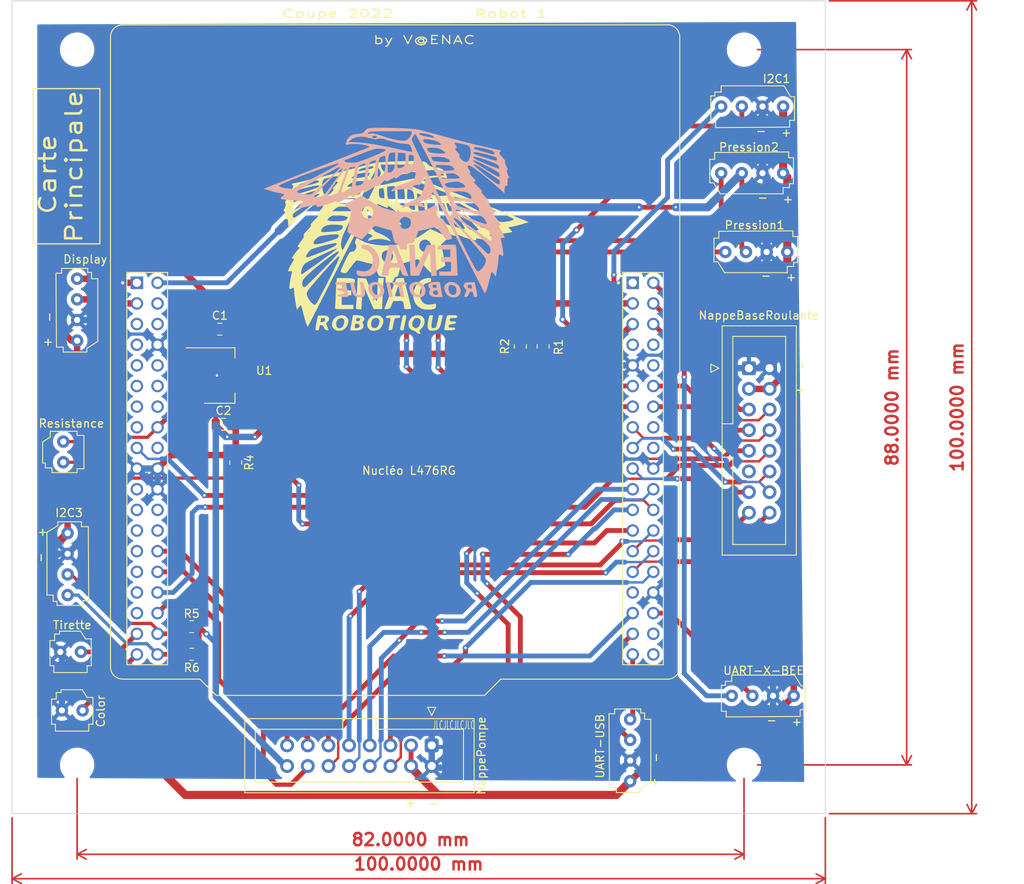
<source format=kicad_pcb>
(kicad_pcb (version 20211014) (generator pcbnew)
  (layers (0 "F.Cu" signal) (31 "B.Cu" signal) (34 "B.Paste" user) (35 "F.Paste" user) (36 "B.SilkS" user "B.Silkscreen") (37 "F.SilkS" user "F.Silkscreen") (38 "B.Mask" user) (39 "F.Mask" user) (44 "Edge.Cuts" user))
  (net 0 "")
  (net 1 "+5V")
  (net 2 "GND")
  (net 3 "+3V3")
  (net 4 "COL_GPIO")
  (net 5 "TIR_GPIO")
  (net 6 "SDA_I2C3")
  (net 7 "SCL_I2C3")
  (net 8 "USART_TX")
  (net 9 "USART_RX")
  (net 10 "XBeeTx")
  (net 11 "XbeeRx")
  (net 12 "MC1B")
  (net 13 "MC1A")
  (net 14 "MC2B")
  (net 15 "MC2A")
  (net 16 "CONTACTEUR1_GPIO")
  (net 17 "CONTACTEUR2_GPIO")
  (net 19 "DataAX12_TX")
  (net 20 "RC_1B")
  (net 21 "RC_1A")
  (net 22 "RC_2B")
  (net 23 "RC_2A")
  (net 24 "Mot2DIR")
  (net 25 "Mot2PWM")
  (net 26 "Mot1DIR")
  (net 27 "Mot1PWM")
  (net 28 "POMPE1")
  (net 29 "POMPE2")
  (net 30 "EV1")
  (net 31 "EV2")
  (net 32 "S1")
  (net 33 "S2")
  (net 34 "S3")
  (net 35 "DATA_PRESS_1")
  (net 36 "CLK_PRESS")
  (net 37 "A_Resistance")
  (net 38 "DIO_Display")
  (net 39 "CLK_Display")
  (net 40 "DATA_PRESS_2")
  (net 41 "SDA_I2C1")
  (net 42 "SCL_I2C1")
  (footprint "Resistor_SMD:R_0805_2012Metric" (layer "F.Cu") (at 120.3 77.5125 90)
    (fp_text reference "R1")
    (fp_text value "2.2k")
  )
  (footprint "library:HE14_EMBASE_1x04" (layer "F.Cu") (at 151.11 120.5 180)
    (fp_text reference "UART-X-BEE")
    (fp_text value "UART")
  )
  (footprint "Capacitor_SMD:C_0805_2012Metric" (layer "F.Cu") (at 80.55 75.4)
    (fp_text reference "C1")
    (fp_text value "100n")
  )
  (footprint "library:HE14_EMBASE_1x04" (layer "F.Cu") (at 142.19 56.2)
    (fp_text reference "Pression2")
    (fp_text value "Conn_01x04_Male")
  )
  (footprint "MountingHole:MountingHole_3.2mm_M3" (layer "F.Cu") (at 145 129)
    (fp_text reference "REF**" hide)
    (fp_text value "MountingHole_3.2mm_M3")
  )
  (footprint "library:HE14_EMBASE_1x04" (layer "F.Cu") (at 149.81 48 180)
    (fp_text reference "I2C1")
    (fp_text value "I2C")
  )
  (footprint "MountingHole:MountingHole_3.2mm_M3" (layer "F.Cu") (at 63 41)
    (fp_text reference "REF**" hide)
    (fp_text value "MountingHole_3.2mm_M3")
  )
  (footprint "Package_TO_SOT_SMD:SOT-223-3_TabPin2" (layer "F.Cu") (at 80.5 81.1)
    (fp_text reference "U1")
    (fp_text value "LT1129-3.3_SOT223")
  )
  (footprint "library:HE14_EMBASE_1x04" (layer "F.Cu") (at 63 76.81 90)
    (fp_text reference "Display")
    (fp_text value "Conn_01x04_Male")
  )
  (footprint "library:HE14_EMBASE_1x04" (layer "F.Cu") (at 142.7 65.9)
    (fp_text reference "Pression1")
    (fp_text value "Conn_01x04_Male")
  )
  (footprint "Capacitor_SMD:C_0805_2012Metric" (layer "F.Cu") (at 81 87.1)
    (fp_text reference "C2")
    (fp_text value "10u")
  )
  (footprint "Resistor_SMD:R_0805_2012Metric" (layer "F.Cu") (at 77.1 115.4 180)
    (fp_text reference "R6")
    (fp_text value "2.2k")
  )
  (footprint "library:ST_NUCLEO-F401RE" (layer "F.Cu") (at 102.1 79.2)
    (fp_text reference "Nucléo L476RG")
    (fp_text value "NUCLEO64-F411RE")
  )
  (footprint "library:HE14_EMBASE_1x02" (layer "F.Cu") (at 61.3 88.468 -90)
    (fp_text reference "Resistance")
    (fp_text value "Conn_01x02_Male")
  )
  (footprint "library:HE14_EMBASE_1x04" (layer "F.Cu") (at 131 131.01 90)
    (fp_text reference "UART-USB")
    (fp_text value "UART")
  )
  (footprint "MountingHole:MountingHole_3.2mm_M3" (layer "F.Cu") (at 63 129)
    (fp_text reference "REF**" hide)
    (fp_text value "MountingHole_3.2mm_M3")
  )
  (footprint "library:HE14_EMBASE_1x02" (layer "F.Cu") (at 64.232 115.1 180)
    (fp_text reference "Tirette")
    (fp_text value "Conn_01x02_Male")
  )
  (footprint "Resistor_SMD:R_0805_2012Metric" (layer "F.Cu") (at 82.5 91.8 -90)
    (fp_text reference "R4")
    (fp_text value "1k")
  )
  (footprint "MountingHole:MountingHole_3.2mm_M3" (layer "F.Cu") (at 145 41)
    (fp_text reference "REF**" hide)
    (fp_text value "MountingHole_3.2mm_M3")
  )
  (footprint "Connector_IDC:IDC-Header_2x08_P2.54mm_Vertical" (layer "F.Cu") (at 106.6 126.6 -90)
    (fp_text reference "NappePompe")
    (fp_text value "Conn_02x08_Top_Bottom")
  )
  (footprint "library:logo" (layer "F.Cu") (at 103.4 65.3)
    (fp_text reference "G***" hide)
    (fp_text value "LOGO" hide)
  )
  (footprint "Connector_IDC:IDC-Header_2x08_P2.54mm_Vertical" (layer "F.Cu") (at 145.6 80.2)
    (fp_text reference "NappeBaseRoulante")
    (fp_text value "Conn_02x08_Top_Bottom")
  )
  (footprint "Resistor_SMD:R_0805_2012Metric" (layer "F.Cu") (at 117.5 77.5125 90)
    (fp_text reference "R2")
    (fp_text value "2.2k")
  )
  (footprint "library:HE14_EMBASE_1x04" (layer "F.Cu") (at 61.832 100.49 -90)
    (fp_text reference "I2C3")
    (fp_text value "I2C")
  )
  (footprint "library:HE14_EMBASE_1x02" (layer "F.Cu") (at 64.432 122.3 180)
    (fp_text reference "Color")
    (fp_text value "Conn_01x02_Male")
  )
  (footprint "Resistor_SMD:R_0805_2012Metric" (layer "F.Cu") (at 77.0875 112 180)
    (fp_text reference "R5")
    (fp_text value "2.2k")
  )
  (footprint "library:logo" (layer "B.Cu") (at 101.1 61.2 180)
    (fp_text reference "G***" hide)
    (fp_text value "LOGO" hide)
  )
  (gr_line (start 57.6 45.8) (end 65.8 45.8) (layer "F.SilkS") (width 0.15))
  (gr_line (start 65.8 45.8) (end 65.8 64.9) (layer "F.SilkS") (width 0.15))
  (gr_line (start 57.6 64.9) (end 57.6 46) (layer "F.SilkS") (width 0.15))
  (gr_line (start 65.8 64.9) (end 57.6 64.9) (layer "F.SilkS") (width 0.15))
  (gr_line (start 57.6 46) (end 57.6 45.8) (layer "F.SilkS") (width 0.15))
  (gr_rect (start 55 35) (end 155 135) (layer "Edge.Cuts") (width 0.1) (fill none))
  (gr_text "+\n" (at 59.5 77 270) (layer "F.SilkS") (effects (font (size 1 1))))
  (gr_text "-" (at 59.7 73.9 270) (layer "F.SilkS") (effects (font (size 1 1))))
  (gr_text "-" (at 147.7 68.8) (layer "F.SilkS") (effects (font (size 1 1))))
  (gr_text "+\n" (at 58.7 100.4 90) (layer "F.SilkS") (effects (font (size 1 1))))
  (gr_text "Coupe 2022		Robot 1 \n\n by V@ENAC" (at 105.1 38.2) (layer "F.SilkS") (effects (font (size 1 1.5))))
  (gr_text "Carte \nPrincipale" (at 61 55.4 90) (layer "F.SilkS") (effects (font (size 2 2.5) (thickness 0.3))))
  (gr_text "-" (at 106.8 133.9 180) (layer "F.SilkS") (effects (font (size 1 1))))
  (gr_text "+\n" (at 150.2 51.2) (layer "F.SilkS") (effects (font (size 1 1))))
  (gr_text "+\n" (at 150.8 69) (layer "F.SilkS") (effects (font (size 1 1))))
  (gr_text "-" (at 152.2 79.8 270) (layer "F.SilkS") (effects (font (size 1 1))))
  (gr_text "-" (at 58.5 103.5 90) (layer "F.SilkS") (effects (font (size 1 1))))
  (gr_text "-" (at 147.3 59.2) (layer "F.SilkS") (effects (font (size 1 1))))
  (gr_text "+\n" (at 151.5 123.7) (layer "F.SilkS") (effects (font (size 1 1))))
  (gr_text "-" (at 134.3 128.1 270) (layer "F.SilkS") (effects (font (size 1 1))))
  (gr_text "-" (at 148.4 123.5) (layer "F.SilkS") (effects (font (size 1 1))))
  (gr_text "+\n" (at 104 133.8 180) (layer "F.SilkS") (effects (font (size 1 1))))
  (gr_text "+\n" (at 152 82.9 270) (layer "F.SilkS") (effects (font (size 1 1))))
  (gr_text "+\n" (at 150.4 59.4) (layer "F.SilkS") (effects (font (size 1 1))))
  (gr_text "-" (at 147.1 51) (layer "F.SilkS") (effects (font (size 1 1))))
  (gr_text "+\n" (at 134.1 131.2 270) (layer "F.SilkS") (effects (font (size 1 1))))
  (gr_text "JLCJLCJLCJLC" (at 109.3 124.1) (layer "F.SilkS") (effects (font (size 1 0.5) (thickness 0.08))))
  (dimension (type aligned) (layer "F.Cu") (pts (xy 145 129) (xy 145 41)) (height 20) (gr_text "88,0000 mm" (at 163.2 85 90) (layer "F.Cu") (effects (font (size 1.5 1.5) (thickness 0.3)))) (format (units 3) (units_format 1) (precision 4)) (style (thickness 0.2) (arrow_length 1.27) (text_position_mode 0) (extension_height 0.58642) (extension_offset 0.5) keep_text_aligned))
  (dimension (type aligned) (layer "F.Cu") (pts (xy 155 135) (xy 155 35)) (height 18) (gr_text "100,0000 mm" (at 171.2 85 90) (layer "F.Cu") (effects (font (size 1.5 1.5) (thickness 0.3)))) (format (units 3) (units_format 1) (precision 4)) (style (thickness 0.2) (arrow_length 1.27) (text_position_mode 0) (extension_height 0.58642) (extension_offset 0.5) keep_text_aligned))
  (dimension (type aligned) (layer "F.Cu") (pts (xy 155 135) (xy 55 135)) (height -8) (gr_text "100,0000 mm" (at 105 141.2) (layer "F.Cu") (effects (font (size 1.5 1.5) (thickness 0.3)))) (format (units 3) (units_format 1) (precision 4)) (style (thickness 0.2) (arrow_length 1.27) (text_position_mode 0) (extension_height 0.58642) (extension_offset 0.5) keep_text_aligned))
  (dimension (type aligned) (layer "F.Cu") (pts (xy 145 129) (xy 63 129)) (height -11) (gr_text "82,0000 mm" (at 104 138.2) (layer "F.Cu") (effects (font (size 1.5 1.5) (thickness 0.3)))) (format (units 3) (units_format 1) (precision 4)) (style (thickness 0.2) (arrow_length 1.27) (text_position_mode 0) (extension_height 0.58642) (extension_offset 0.5) keep_text_aligned))
  (segment (start 131 131.01) (end 129.31 132.7) (width 1) (layer "F.Cu") (net 1))
  (segment (start 150.32 56.71) (end 149.81 56.2) (width 1) (layer "F.Cu") (net 1))
  (segment (start 149.81 48) (end 149.81 56.2) (width 1) (layer "F.Cu") (net 1))
  (segment (start 61.832 95.832) (end 58.7 92.7) (width 0.8) (layer "F.Cu") (net 1))
  (segment (start 151.21 79.67) (end 150.32 78.78) (width 1) (layer "F.Cu") (net 1))
  (segment (start 58.7 87.6) (end 63 83.3) (width 0.8) (layer "F.Cu") (net 1))
  (segment (start 148.4 123.21) (end 151.11 120.5) (width 0.8) (layer "F.Cu") (net 1))
  (segment (start 108 132.7) (end 76.3 132.7) (width 1) (layer "F.Cu") (net 1))
  (segment (start 150.32 78.78) (end 150.32 65.9) (width 1) (layer "F.Cu") (net 1))
  (segment (start 58.6 103.722) (end 61.832 100.49) (width 1) (layer "F.Cu") (net 1))
  (segment (start 108 132.7) (end 107.42 132.7) (width 1) (layer "F.Cu") (net 1))
  (segment (start 148.14 82.74) (end 145.6 82.74) (width 0.8) (layer "F.Cu") (net 1))
  (segment (start 131 131.01) (end 138.71 123.3) (width 0.8) (layer "F.Cu") (net 1))
  (segment (start 74.3 66.5) (end 79.6 71.8) (width 0.8) (layer "F.Cu") (net 1))
  (segment (start 150.32 65.9) (end 150.32 56.71) (width 1) (layer "F.Cu") (net 1))
  (segment (start 62.31 76.81) (end 60.6 75.1) (width 0.8) (layer "F.Cu") (net 1))
  (segment (start 60.6 75.1) (end 60.6 68.3) (width 0.8) (layer "F.Cu") (net 1))
  (segment (start 151.21 79.67) (end 151.11 79.77) (width 0.8) (layer "F.Cu") (net 1))
  (segment (start 76.3 132.7) (end 75.95 132.35) (width 1) (layer "F.Cu") (net 1))
  (segment (start 61.832 100.49) (end 61.832 95.832) (width 0.8) (layer "F.Cu") (net 1))
  (segment (start 60.2 124.7) (end 58.6 123.1) (width 1) (layer "F.Cu") (net 1))
  (segment (start 58.7 92.7) (end 58.7 87.6) (width 0.8) (layer "F.Cu") (net 1))
  (segment (start 79.6 71.8) (end 79.6 75.4) (width 0.8) (layer "F.Cu") (net 1))
  (segment (start 62.4 66.5) (end 74.3 66.5) (width 0.8) (layer "F.Cu") (net 1))
  (segment (start 60.6 68.3) (end 62.4 66.5) (width 0.8) (layer "F.Cu") (net 1))
  (segment (start 75.95 132.35) (end 68.3 124.7) (width 1) (layer "F.Cu") (net 1))
  (segment (start 129.31 132.7) (end 108 132.7) (width 1) (layer "F.Cu") (net 1))
  (segment (start 151.21 79.67) (end 148.14 82.74) (width 0.8) (layer "F.Cu") (net 1))
  (segment (start 63 76.81) (end 62.31 76.81) (width 0.8) (layer "F.Cu") (net 1))
  (segment (start 104.06 129.34) (end 104.06 126.8) (width 0.6) (layer "F.Cu") (net 1))
  (segment (start 107.42 132.7) (end 104.06 129.34) (width 1) (layer "F.Cu") (net 1))
  (segment (start 77.35 77.65) (end 79.6 75.4) (width 0.8) (layer "F.Cu") (net 1))
  (segment (start 63 83.3) (end 63 76.81) (width 0.8) (layer "F.Cu") (net 1))
  (segment (start 68.3 124.7) (end 60.2 124.7) (width 1) (layer "F.Cu") (net 1))
  (segment (start 151.11 79.77) (end 151.11 120.5) (width 0.8) (layer "F.Cu") (net 1))
  (segment (start 77.35 78.8) (end 77.35 77.65) (width 0.8) (layer "F.Cu") (net 1))
  (segment (start 59.011 103.311) (end 61.832 100.49) (width 0.8) (layer "F.Cu") (net 1))
  (segment (start 58.6 103.722) (end 59.011 103.311) (width 1) (layer "F.Cu") (net 1))
  (segment (start 58.6 113.5) (end 58.6 103.722) (width 1) (layer "F.Cu") (net 1))
  (segment (start 148.4 123.3) (end 148.4 123.21) (width 0.8) (layer "F.Cu") (net 1))
  (segment (start 58.6 123.1) (end 58.6 113.5) (width 1) (layer "F.Cu") (net 1))
  (segment (start 138.71 123.3) (end 148.4 123.3) (width 0.8) (layer "F.Cu") (net 1))
  (segment (start 82.5 90.8875) (end 74.5525 90.8875) (width 0.8) (layer "F.Cu") (net 2))
  (segment (start 82.5 90.8875) (end 82.5 87.65) (width 0.8) (layer "F.Cu") (net 2))
  (segment (start 81.95 82.8) (end 83.65 81.1) (width 0.8) (layer "F.Cu") (net 2))
  (segment (start 81.95 87.1) (end 81.95 82.8) (width 0.8) (layer "F.Cu") (net 2))
  (segment (start 80.2 81.1) (end 77.35 81.1) (width 0.8) (layer "F.Cu") (net 2))
  (segment (start 82.5 87.65) (end 81.95 87.1) (width 0.8) (layer "F.Cu") (net 2))
  (segment (start 74.5525 90.8875) (end 72.89 92.55) (width 0.8) (layer "F.Cu") (net 2))
  (segment (start 83.65 81.1) (end 83.65 80.95) (width 0.8) (layer "F.Cu") (net 2))
  (segment (start 83.65 77.55) (end 81.5 75.4) (width 0.8) (layer "F.Cu") (net 2))
  (segment (start 83.65 81.1) (end 80.2 81.1) (width 0.8) (layer "F.Cu") (net 2))
  (segment (start 83.65 80.95) (end 83.65 77.55) (width 0.8) (layer "F.Cu") (net 2))
  (via (at 80.2 81.1) (size 0.7) (drill 0.3) (layers "F.Cu" "B.Cu") (net 2))
  (segment (start 148.1 78.9) (end 148.2 78.9) (width 0.8) (layer "B.Cu") (net 2))
  (segment (start 128.6 80.9) (end 128.6 90.3) (width 0.8) (layer "B.Cu") (net 2))
  (segment (start 135.4 78.6) (end 137 80.2) (width 0.8) (layer "B.Cu") (net 2))
  (segment (start 135.8 109.7) (end 135.8 123.1) (width 0.8) (layer "B.Cu") (net 2))
  (segment (start 147.78 65.9) (end 147.78 56.71) (width 1) (layer "B.Cu") (net 2))
  (segment (start 146.9 80.1) (end 148.1 78.9) (width 0.8) (layer "B.Cu") (net 2))
  (segment (start 149.245 81.305) (end 148.14 80.2) (width 0.8) (layer "B.Cu") (net 2))
  (segment (start 147.27 56.2) (end 147.27 48) (width 1) (layer "B.Cu") (net 2))
  (segment (start 151.1 83.16) (end 149.245 81.305) (width 0.8) (layer "B.Cu") (net 2))
  (segment (start 148.2 78.9) (end 148.2 80.26) (width 0.8) (layer "B.Cu") (net 2))
  (segment (start 132.56 78.6) (end 135.4 78.6) (width 0.4) (layer "B.Cu") (net 2))
  (segment (start 147.78 67.68) (end 147.78 65.9) (width 1) (layer "B.Cu") (net 2))
  (segment (start 61.13 115.3) (end 60.93 115.1) (width 0.8) (layer "B.Cu") (net 2))
  (segment (start 135.1 123.8) (end 133.5 125.4) (width 0.8) (layer "B.Cu") (net 2))
  (segment (start 130.13 129.34) (end 131 128.47) (width 0.8) (layer "B.Cu") (net 2))
  (segment (start 76.68 81.1) (end 72.89 77.31) (width 0.8) (layer "B.Cu") (net 2))
  (segment (start 89.75 87.05) (end 106.6 103.9) (width 0.8) (layer "B.Cu") (net 2))
  (segment (start 148.67 78.43) (end 148.67 80.73) (width 0.8) (layer "B.Cu") (net 2))
  (segment (start 148.67 68.57) (end 147.78 67.68) (width 1) (layer "B.Cu") (net 2))
  (segment (start 148.2 80.26) (end 148.87 80.93) (width 0.8) (layer "B.Cu") (net 2))
  (segment (start 148.67 78.43) (end 148.67 68.57) (width 1) (layer "B.Cu") (net 2))
  (segment (start 70.35 92.55) (end 72.89 92.55) (width 0.8) (layer "B.Cu") (net 2))
  (segment (start 133.85 92.55) (end 132.685489 91.385489) (width 0.4) (layer "B.Cu") (net 2))
  (segment (start 72.89 77.31) (end 72.89 76.99) (width 0.4) (layer "B.Cu") (net 2))
  (segment (start 148.57 120.5) (end 148.57 122.43) (width 0.8) (layer "B.Cu") (net 2))
  (segment (start 72.89 95.09) (end 72.89 92.55) (width 0.8) (layer "B.Cu") (net 2))
  (segment (start 148.57 120.5) (end 148.57 115.68) (width 0.8) (layer "B.Cu") (net 2))
  (segment (start 59.9 103.8) (end 59.9 114.07) (width 0.8) (layer "B.Cu") (net 2))
  (segment (start 129.685489 91.385489) (end 129.3 91) (width 0.4) (layer "B.Cu") (net 2))
  (segment (start 132.685489 91.385489) (end 129.685489 91.385489) (width 0.4) (layer "B.Cu") (net 2))
  (segment (start 106.6 103.9) (end 106.6 126.8) (width 0.8) (layer "B.Cu") (net 2))
  (segment (start 61.832 103.03) (end 68.4 96.462) (width 0.8) (layer "B.Cu") (net 2))
  (segment (start 106.6 129.34) (end 130.13 129.34) (width 0.8) (layer "B.Cu") (net 2))
  (segment (start 147.78 56.71) (end 147.27 56.2) (width 1) (layer "B.Cu") (net 2))
  (segment (start 133.5 126.2) (end 133.27 126.2) (width 0.8) (layer "B.Cu") (net 2))
  (segment (start 71.9 76) (end 69.2 76) (width 0.4) (layer "B.Cu") (net 2))
  (segment (start 148.67 80.73) (end 148.87 80.93) (width 0.8) (layer "B.Cu") (net 2))
  (segment (start 106.6 129.34) (end 106.6 126.8) (width 0.8) (layer "B.Cu") (net 2))
  (segment (start 89.45 87.05) (end 89.75 87.05) (width 0.8) (layer "B.Cu") (net 2))
  (segment (start 83.65 80.95) (end 89.75 87.05) (width 0.8) (layer "B.Cu") (net 2))
  (segment (start 131.31 79.85) (end 132.56 78.6) (width 0.4) (layer "B.Cu") (net 2))
  (segment (start 135.76 109.7) (end 133.85 107.79) (width 0.8) (layer "B.Cu") (net 2))
  (segment (start 147.2 123.8) (end 135.1 123.8) (width 0.8) (layer "B.Cu") (net 2))
  (segment (start 59.9 114.07) (end 60.93 115.1) (width 0.8) (layer "B.Cu") (net 2))
  (segment (start 148.14 80.2) (end 145.6 80.2) (width 0.8) (layer "B.Cu") (net 2))
  (segment (start 133.27 126.2) (end 131 128.47) (width 0.8) (layer "B.Cu") (net 2))
  (segment (start 133.5 125.4) (end 133.5 126.2) (width 0.8) (layer "B.Cu") (net 2))
  (segment (start 69.2 76) (end 67.47 74.27) (width 0.8) (layer "B.Cu") (net 2))
  (segment (start 131.31 79.85) (end 129.65 79.85) (width 0.8) (layer "B.Cu") (net 2))
  (segment (start 83.5 81.1) (end 80.2 81.1) (width 0.8) (layer "B.Cu") (net 2))
  (segment (start 148.57 122.43) (end 147.2 123.8) (width 0.8) (layer "B.Cu") (net 2))
  (segment (start 60.67 103.03) (end 59.9 103.8) (width 0.8) (layer "B.Cu") (net 2))
  (segment (start 129.65 79.85) (end 128.6 80.9) (width 0.8) (layer "B.Cu") (net 2))
  (segment (start 61.13 122.3) (end 61.13 115.3) (width 0.8) (layer "B.Cu") (net 2))
  (segment (start 148.87 80.93) (end 149.245 81.305) (width 0.8) (layer "B.Cu") (net 2))
  (segment (start 61.832 103.03) (end 60.67 103.03) (width 0.8) (layer "B.Cu") (net 2))
  (segment (start 67.47 74.27) (end 63 74.27) (width 0.8) (layer "B.Cu") (net 2))
  (segment (start 83.5 81.1) (end 89.45 87.05) (width 0.8) (layer "B.Cu") (net 2))
  (segment (start 68.4 96.462) (end 68.4 94.5) (width 0.8) (layer "B.Cu") (net 2))
  (segment (start 72.89 76.99) (end 71.9 76) (width 0.4) (layer "B.Cu") (net 2))
  (segment (start 68.4 94.5) (end 70.35 92.55) (width 0.8) (layer "B.Cu") (net 2))
  (segment (start 148.67 78.43) (end 148.2 78.9) (width 0.8) (layer "B.Cu") (net 2))
  (segment (start 135.8 109.7) (end 135.76 109.7) (width 0.8) (layer "B.Cu") (net 2))
  (segment (start 128.6 90.3) (end 129.3 91) (width 0.8) (layer "B.Cu") (net 2))
  (segment (start 70.35 92.55) (end 72.89 95.09) (width 0.8) (layer "B.Cu") (net 2))
  (segment (start 80.2 81.1) (end 76.68 81.1) (width 0.8) (layer "B.Cu") (net 2))
  (segment (start 151.1 113.15) (end 151.1 83.16) (width 0.8) (layer "B.Cu") (net 2))
  (segment (start 135.8 123.1) (end 135.1 123.8) (width 0.8) (layer "B.Cu") (net 2))
  (segment (start 137 80.2) (end 145.6 80.2) (width 0.8) (layer "B.Cu") (net 2))
  (segment (start 148.57 115.68) (end 151.1 113.15) (width 0.8) (layer "B.Cu") (net 2))
  (segment (start 80.05 86.1) (end 80.05 87.1) (width 0.6) (layer "F.Cu") (net 3))
  (segment (start 81.45 88.65) (end 80.05 87.25) (width 0.8) (layer "F.Cu") (net 3))
  (segment (start 71.66 88.7) (end 68.2 88.7) (width 0.4) (layer "F.Cu") (net 3))
  (segment (start 68.2 88.7) (end 67.67 89.23) (width 0.4) (layer "F.Cu") (net 3))
  (segment (start 78.0125 112.0125) (end 78 112) (width 0.6) (layer "F.Cu") (net 3))
  (segment (start 78 112) (end 78.9 112.9) (width 0.6) (layer "F.Cu") (net 3))
  (segment (start 72.89 87.47) (end 71.66 88.7) (width 0.4) (layer "F.Cu") (net 3))
  (segment (start 80.05 87.25) (end 80.05 87.1) (width 0.8) (layer "F.Cu") (net 3))
  (segment (start 76.96 83.4) (end 77.35 83.4) (width 0.6) (layer "F.Cu") (net 3))
  (segment (start 120.3 78.425) (end 117.5 78.425) (width 0.8) (layer "F.Cu") (net 3))
  (segment (start 77.35 83.4) (end 80.05 86.1) (width 0.6) (layer "F.Cu") (net 3))
  (segment (start 72.89 87.47) (end 76.96 83.4) (width 0.6) (layer "F.Cu") (net 3))
  (segment (start 95.075 78.425) (end 84.85 88.65) (width 0.8) (layer "F.Cu") (net 3))
  (segment (start 78.0125 115.4) (end 78.0125 112.0125) (width 0.6) (layer "F.Cu") (net 3))
  (segment (start 117.5 78.425) (end 95.175 78.425) (width 0.8) (layer "F.Cu") (net 3))
  (segment (start 117.5875 78.3375) (end 117.5 78.425) (width 0.4) (layer "F.Cu") (net 3))
  (segment (start 67.67 89.23) (end 61.3 89.23) (width 0.4) (layer "F.Cu") (net 3))
  (segment (start 95.175 78.425) (end 95.075 78.425) (width 0.8) (layer "F.Cu") (net 3))
  (via (at 84.85 88.65) (size 0.7) (drill 0.3) (layers "F.Cu" "B.Cu") (net 3))
  (via (at 81.45 88.65) (size 0.7) (drill 0.3) (layers "F.Cu" "B.Cu") (net 3))
  (via (at 78.9 112.9) (size 0.8) (drill 0.4) (layers "F.Cu" "B.Cu") (net 3))
  (segment (start 80.05 109.95) (end 80.05 114.25) (width 0.8) (layer "B.Cu") (net 3))
  (segment (start 80.05 87.1) (end 80.05 87.45) (width 0.8) (layer "B.Cu") (net 3))
  (segment (start 80.05 114.05) (end 80.05 114.25) (width 0.6) (layer "B.Cu") (net 3))
  (segment (start 80.05 114.25) (end 80.05 120.57) (width 0.8) (layer "B.Cu") (net 3))
  (segment (start 80.05 120.57) (end 88.82 129.34) (width 0.8) (layer "B.Cu") (net 3))
  (segment (start 78.9 112.9) (end 80.05 114.05) (width 0.6) (layer "B.Cu") (net 3))
  (segment (start 80.05 87.1) (end 80.05 109.95) (width 0.8) (layer "B.Cu") (net 3))
  (segment (start 80.05 87.45) (end 81.25 88.65) (width 0.8) (layer "B.Cu") (net 3))
  (segment (start 81.25 88.65) (end 81.45 88.65) (width 0.8) (layer "B.Cu") (net 3))
  (segment (start 81.45 88.65) (end 84.85 88.65) (width 0.8) (layer "B.Cu") (net 3))
  (segment (start 63.67 122.09) (end 63.67 122.3) (width 0.6) (layer "F.Cu") (net 4))
  (segment (start 70.35 115.41) (end 63.67 122.09) (width 0.6) (layer "F.Cu") (net 4))
  (segment (start 70.35 112.87) (end 68.12 115.1) (width 0.6) (layer "F.Cu") (net 5))
  (segment (start 68.12 115.1) (end 63.47 115.1) (width 0.6) (layer "F.Cu") (net 5))
  (segment (start 68.3 111.6) (end 62.27 105.57) (width 0.4) (layer "F.Cu") (net 6))
  (segment (start 72.89 112.87) (end 72.89 112.39) (width 0.4) (layer "F.Cu") (net 6))
  (segment (start 72.1 111.6) (end 68.3 111.6) (width 0.4) (layer "F.Cu") (net 6))
  (segment (start 76.175 112.225) (end 76.175 112) (width 0.6) (layer "F.Cu") (net 6))
  (segment (start 72.89 112.39) (end 72.1 111.6) (width 0.4) (layer "F.Cu") (net 6))
  (segment (start 75.53 112.87) (end 76.175 112.225) (width 0.6) (layer "F.Cu") (net 6))
  (segment (start 75.53 112.87) (end 72.89 112.87) (width 0.6) (layer "F.Cu") (net 6))
  (segment (start 73.02 113) (end 72.89 112.87) (width 0.6) (layer "F.Cu") (net 6))
  (segment (start 62.27 105.57) (end 61.832 105.57) (width 0.4) (layer "F.Cu") (net 6))
  (segment (start 72.9 115.4) (end 72.89 115.41) (width 0.6) (layer "F.Cu") (net 7))
  (segment (start 76.1875 115.4) (end 72.9 115.4) (width 0.6) (layer "F.Cu") (net 7))
  (segment (start 63.11 108.11) (end 69.1 114.1) (width 0.4) (layer "B.Cu") (net 7))
  (segment (start 61.832 108.11) (end 63.11 108.11) (width 0.4) (layer "B.Cu") (net 7))
  (segment (start 71.58 114.1) (end 72.89 115.41) (width 0.4) (layer "B.Cu") (net 7))
  (segment (start 69.1 114.1) (end 71.58 114.1) (width 0.4) (layer "B.Cu") (net 7))
  (segment (start 131 125.93) (end 128.8 123.73) (width 0.6) (layer "F.Cu") (net 8))
  (segment (start 128.8 115.38) (end 131.31 112.87) (width 0.6) (layer "F.Cu") (net 8))
  (segment (start 128.8 123.73) (end 128.8 115.38) (width 0.6) (layer "F.Cu") (net 8))
  (segment (start 131.31 115.41) (end 131.31 123.08) (width 0.6) (layer "F.Cu") (net 9))
  (segment (start 131.31 123.08) (end 131 123.39) (width 0.6) (layer "F.Cu") (net 9))
  (segment (start 135.86 110.33) (end 133.85 110.33) (width 0.6) (layer "F.Cu") (net 10))
  (segment (start 146.03 120.5) (end 135.86 110.33) (width 0.6) (layer "F.Cu") (net 10))
  (segment (start 133.85 74.77) (end 137.65 78.57) (width 0.6) (layer "F.Cu") (net 11))
  (segment (start 137.65 78.57) (end 137.65 81.3) (width 0.6) (layer "F.Cu") (net 11))
  (via (at 137.65 81.3) (size 0.7) (drill 0.3) (layers "F.Cu" "B.Cu") (net 11))
  (segment (start 140.4 120.5) (end 143.49 120.5) (width 0.6) (layer "B.Cu") (net 11))
  (segment (start 137.65 117.75) (end 140.4 120.5) (width 0.6) (layer "B.Cu") (net 11))
  (segment (start 137.65 81.3) (end 137.65 117.75) (width 0.6) (layer "B.Cu") (net 11))
  (segment (start 143.8 79.64) (end 133.85 69.69) (width 0.6) (layer "F.Cu") (net 12))
  (segment (start 143.8 84.6) (end 143.8 79.64) (width 0.6) (layer "F.Cu") (net 12))
  (segment (start 144.48 85.28) (end 143.8 84.6) (width 0.6) (layer "F.Cu") (net 12))
  (segment (start 145.6 85.28) (end 144.48 85.28) (width 0.6) (layer "F.Cu") (net 12))
  (segment (start 144.6 86.6) (end 144.4 86.4) (width 0.3) (layer "F.Cu") (net 13))
  (segment (start 144.4 86.4) (end 143.9 86.4) (width 0.3) (layer "F.Cu") (net 13))
  (segment (start 133.85 72.23) (end 142.22 80.6) (width 0.6) (layer "F.Cu") (net 13))
  (segment (start 142.7 81.08) (end 142.7 84.5) (width 0.6) (layer "F.Cu") (net 13))
  (segment (start 142.7 84.5) (end 142.7 85.2) (width 0.6) (layer "F.Cu") (net 13))
  (segment (start 146.82 86.6) (end 144.6 86.6) (width 0.3) (layer "F.Cu") (net 13))
  (segment (start 142.22 80.6) (end 142.7 81.08) (width 0.6) (layer "F.Cu") (net 13))
  (segment (start 148.14 85.28) (end 146.82 86.6) (width 0.3) (layer "F.Cu") (net 13))
  (segment (start 143.7 86.2) (end 143.9 86.4) (width 0.6) (layer "F.Cu") (net 13))
  (segment (start 142.7 85.2) (end 143.7 86.2) (width 0.6) (layer "F.Cu") (net 13))
  (segment (start 145.6 87.82) (end 143.27 87.82) (width 0.6) (layer "F.Cu") (net 14))
  (segment (start 143.27 87.82) (end 137.84 82.39) (width 0.6) (layer "F.Cu") (net 14))
  (segment (start 137.84 82.39) (end 133.85 82.39) (width 0.6) (layer "F.Cu") (net 14))
  (segment (start 133.85 84.93) (end 138.63 84.93) (width 0.6) (layer "F.Cu") (net 15))
  (segment (start 142.860489 89.160489) (end 142.8 89.1) (width 0.3) (layer "F.Cu") (net 15))
  (segment (start 148.14 87.82) (end 146.86 89.1) (width 0.3) (layer "F.Cu") (net 15))
  (segment (start 146.86 89.1) (end 142.8 89.1) (width 0.3) (layer "F.Cu") (net 15))
  (segment (start 138.63 84.93) (end 142.8 89.1) (width 0.6) (layer "F.Cu") (net 15))
  (segment (start 128.7 91.35) (end 135.8 91.35) (width 0.3) (layer "F.Cu") (net 16))
  (segment (start 143.34 90.36) (end 142.35 91.35) (width 0.6) (layer "F.Cu") (net 16))
  (segment (start 142.35 91.35) (end 135.8 91.35) (width 0.6) (layer "F.Cu") (net 16))
  (segment (start 124.2 95.85) (end 128.7 91.35) (width 0.6) (layer "F.Cu") (net 16))
  (segment (start 78.65 95.85) (end 124.2 95.85) (width 0.6) (layer "F.Cu") (net 16))
  (segment (start 145.6 90.36) (end 143.34 90.36) (width 0.6) (layer "F.Cu") (net 16))
  (via (at 78.65 95.85) (size 0.7) (drill 0.3) (layers "F.Cu" "B.Cu") (net 16))
  (segment (start 71.69 91.35) (end 73.4 91.35) (width 0.3) (layer "B.Cu") (net 16))
  (segment (start 74.15 91.35) (end 78.65 95.85) (width 0.6) (layer "B.Cu") (net 16))
  (segment (start 70.35 90.01) (end 71.69 91.35) (width 0.3) (layer "B.Cu") (net 16))
  (segment (start 73.4 91.35) (end 74.15 91.35) (width 0.6) (layer "B.Cu") (net 16))
  (segment (start 146.85 91.65) (end 143.7 91.65) (width 0.3) (layer "F.Cu") (net 17))
  (segment (start 128.9 93.8) (end 131.35 93.8) (width 0.3) (layer "F.Cu") (net 17))
  (segment (start 143.2 92.15) (end 143.65 91.7) (width 0.6) (layer "F.Cu") (net 17))
  (segment (start 78.75 97.3) (end 125.4 97.3) (width 0.6) (layer "F.Cu") (net 17))
  (segment (start 131.35 93.8) (end 135.5 93.8) (width 0.3) (layer "F.Cu") (net 17))
  (segment (start 143.7 91.65) (end 143.65 91.7) (width 0.3) (layer "F.Cu") (net 17))
  (segment (start 125.4 97.3) (end 128.65 94.05) (width 0.6) (layer "F.Cu") (net 17))
  (segment (start 148.14 90.36) (end 146.85 91.65) (width 0.3) (layer "F.Cu") (net 17))
  (segment (start 137.15 92.15) (end 142.9 92.15) (width 0.6) (layer "F.Cu") (net 17))
  (segment (start 135.5 93.8) (end 137.15 92.15) (width 0.6) (layer "F.Cu") (net 17))
  (segment (start 142.9 92.15) (end 143.2 92.15) (width 0.6) (layer "F.Cu") (net 17))
  (segment (start 128.65 94.05) (end 128.9 93.8) (width 0.3) (layer "F.Cu") (net 17))
  (via (at 78.75 97.3) (size 0.7) (drill 0.3) (layers "F.Cu" "B.Cu") (net 17))
  (segment (start 77.15 105.45) (end 77.15 98) (width 0.6) (layer "B.Cu") (net 17))
  (segment (start 74.81 107.79) (end 77.15 105.45) (width 0.6) (layer "B.Cu") (net 17))
  (segment (start 72.89 107.79) (end 74.81 107.79) (width 0.6) (layer "B.Cu") (net 17))
  (segment (start 77.15 98) (end 77.85 97.3) (width 0.6) (layer "B.Cu") (net 17))
  (segment (start 77.85 97.3) (end 78.75 97.3) (width 0.6) (layer "B.Cu") (net 17))
  (segment (start 144.55 94.2) (end 146.84 94.2) (width 0.3) (layer "F.Cu") (net 19))
  (segment (start 136.3 90.15) (end 138.65 90.15) (width 0.6) (layer "F.Cu") (net 19))
  (segment (start 142.7 94.2) (end 144.55 94.2) (width 0.6) (layer "F.Cu") (net 19))
  (segment (start 146.84 94.2) (end 148.14 92.9) (width 0.3) (layer "F.Cu") (net 19))
  (via (at 142.7 94.2) (size 0.7) (drill 0.3) (layers "F.Cu" "B.Cu") (net 19))
  (via (at 138.65 90.15) (size 0.7) (drill 0.3) (layers "F.Cu" "B.Cu") (net 19))
  (via (at 136.3 90.15) (size 0.7) (drill 0.3) (layers "F.Cu" "B.Cu") (net 19))
  (segment (start 135 88.85) (end 136.3 90.15) (width 0.6) (layer "B.Cu") (net 19))
  (segment (start 132.47 88.85) (end 135 88.85) (width 0.3) (layer "B.Cu") (net 19))
  (segment (start 131.31 90.01) (end 132.47 88.85) (width 0.3) (layer "B.Cu") (net 19))
  (segment (start 138.65 90.15) (end 142.7 94.2) (width 0.6) (layer "B.Cu") (net 19))
  (segment (start 132.62 101.4) (end 131.31 102.71) (width 0.3) (layer "F.Cu") (net 20))
  (segment (start 134.7 101.3) (end 134.6 101.4) (width 0.3) (layer "F.Cu") (net 20))
  (segment (start 142.28 101.3) (end 135.2 101.3) (width 0.6) (layer "F.Cu") (net 20))
  (segment (start 145.6 97.98) (end 142.28 101.3) (width 0.6) (layer "F.Cu") (net 20))
  (segment (start 135.2 101.3) (end 134.7 101.3) (width 0.3) (layer "F.Cu") (net 20))
  (segment (start 134.6 101.4) (end 132.62 101.4) (width 0.3) (layer "F.Cu") (net 20))
  (segment (start 135.3 104) (end 132.56 104) (width 0.3) (layer "F.Cu") (net 21))
  (segment (start 148.14 97.98) (end 142.12 104) (width 0.6) (layer "F.Cu") (net 21))
  (segment (start 142.12 104) (end 135.3 104) (width 0.6) (layer "F.Cu") (net 21))
  (segment (start 132.56 104) (end 131.31 105.25) (width 0.3) (layer "F.Cu") (net 21))
  (segment (start 142.29 95.44) (end 145.6 95.44) (width 0.6) (layer "F.Cu") (net 22))
  (segment (start 140.65 93.8) (end 142.29 95.44) (width 0.6) (layer "F.Cu") (net 22))
  (segment (start 136.8 93.8) (end 140.65 93.8) (width 0.6) (layer "F.Cu") (net 22))
  (via (at 136.8 93.8) (size 0.7) (drill 0.3) (layers "F.Cu" "B.Cu") (net 22))
  (segment (start 136.4 93.8) (end 136.8 93.8) (width 0.6) (layer "B.Cu") (net 22))
  (segment (start 131.31 92.55) (end 132.56 93.8) (width 0.3) (layer "B.Cu") (net 22))
  (segment (start 132.56 93.8) (end 135.25 93.8) (width 0.3) (layer "B.Cu") (net 22))
  (segment (start 135.25 93.8) (end 136.4 93.8) (width 0.6) (layer "B.Cu") (net 22))
  (segment (start 131.31 87.47) (end 132.64 88.8) (width 0.3) (layer "F.Cu") (net 23))
  (segment (start 132.64 88.8) (end 135.1 88.8) (width 0.3) (layer "F.Cu") (net 23))
  (segment (start 135.1 88.8) (end 140.05 88.8) (width 0.6) (layer "F.Cu") (net 23))
  (segment (start 140.05 88.8) (end 141.35 90.1) (width 0.6) (layer "F.Cu") (net 23))
  (via (at 141.35 90.1) (size 0.7) (drill 0.3) (layers "F.Cu" "B.Cu") (net 23))
  (segment (start 145.3 94.2) (end 146.9 94.2) (width 0.3) (layer "B.Cu") (net 23))
  (segment (start 145.2 94.1) (end 145.3 94.2) (width 0.3) (layer "B.Cu") (net 23))
  (segment (start 142.85 92.45) (end 144.5 94.1) (width 0.6) (layer "B.Cu") (net 23))
  (segment (start 141.35 90.1) (end 142.85 91.6) (width 0.6) (layer "B.Cu") (net 23))
  (segment (start 142.85 91.6) (end 142.85 92.45) (width 0.6) (layer "B.Cu") (net 23))
  (segment (start 144.5 94.1) (end 145.2 94.1) (width 0.3) (layer "B.Cu") (net 23))
  (segment (start 146.9 94.2) (end 148.14 95.44) (width 0.3) (layer "B.Cu") (net 23))
  (segment (start 116 111.7) (end 116 121.1) (width 0.6) (layer "F.Cu") (net 24))
  (segment (start 103.1 123.6) (end 101.52 125.18) (width 0.6) (layer "F.Cu") (net 24))
  (segment (start 112.2 107.9) (end 116 111.7) (width 0.6) (layer "F.Cu") (net 24))
  (segment (start 112.2 101.7) (end 110.9 103) (width 0.6) (layer "F.Cu") (net 24))
  (segment (start 127.6 100.7) (end 126.6 101.7) (width 0.6) (layer "F.Cu") (net 24))
  (segment (start 126.6 101.7) (end 112.6 101.7) (width 0.6) (layer "F.Cu") (net 24))
  (segment (start 128.13 100.17) (end 127.6 100.7) (width 0.6) (layer "F.Cu") (net 24))
  (segment (start 113.5 123.6) (end 103.1 123.6) (width 0.6) (layer "F.Cu") (net 24))
  (segment (start 112.6 101.7) (end 112.2 101.7) (width 0.6) (layer "F.Cu") (net 24))
  (segment (start 116 121.1) (end 113.5 123.6) (width 0.6) (layer "F.Cu") (net 24))
  (segment (start 131.31 100.17) (end 128.13 100.17) (width 0.6) (layer "F.Cu") (net 24))
  (segment (start 101.52 125.18) (end 101.52 126.8) (width 0.6) (layer "F.Cu") (net 24))
  (via (at 110.9 103) (size 0.7) (drill 0.3) (layers "F.Cu" "B.Cu") (net 24))
  (via (at 112.2 107.9) (size 0.7) (drill 0.3) (layers "F.Cu" "B.Cu") (net 24))
  (segment (start 110.9 106.6) (end 112.2 107.9) (width 0.6) (layer "B.Cu") (net 24))
  (segment (start 110.9 103) (end 110.9 106.6) (width 0.6) (layer "B.Cu") (net 24))
  (segment (start 115.3 124.7) (end 103.6 124.7) (width 0.6) (layer "F.Cu") (net 25))
  (segment (start 101.52 129.34) (end 102.8 128.06) (width 0.3) (layer "F.Cu") (net 25))
  (segment (start 117.5 110.8) (end 117.5 122.5) (width 0.6) (layer "F.Cu") (net 25))
  (segment (start 123.4 103.1) (end 112.9 103.1) (width 0.6) (layer "F.Cu") (net 25))
  (segment (start 102.8 125.9) (end 102.8 125.5) (width 0.6) (layer "F.Cu") (net 25))
  (segment (start 117.5 122.5) (end 115.3 124.7) (width 0.6) (layer "F.Cu") (net 25))
  (segment (start 102.8 128.06) (end 102.8 125.9) (width 0.3) (layer "F.Cu") (net 25))
  (segment (start 112.9 103.1) (end 112.8 103.1) (width 0.6) (layer "F.Cu") (net 25))
  (segment (start 113.4 106.7) (end 117.5 110.8) (width 0.6) (layer "F.Cu") (net 25))
  (segment (start 102.8 125.5) (end 103.6 124.7) (width 0.6) (layer "F.Cu") (net 25))
  (via (at 123.4 103.1) (size 0.7) (drill 0.3) (layers "F.Cu" "B.Cu") (net 25))
  (via (at 112.9 103.1) (size 0.7) (drill 0.3) (layers "F.Cu" "B.Cu") (net 25))
  (via (at 113.4 106.7) (size 0.7) (drill 0.3) (layers "F.Cu" "B.Cu") (net 25))
  (segment (start 112.9 106.2) (end 113.4 106.7) (width 0.6) (layer "B.Cu") (net 25))
  (segment (start 131.31 97.63) (end 129.02 97.63) (width 0.6) (layer "B.Cu") (net 25))
  (segment (start 126.55 99.95) (end 123.4 103.1) (width 0.6) (layer "B.Cu") (net 25))
  (segment (start 129.02 97.63) (end 126.7 99.95) (width 0.6) (layer "B.Cu") (net 25))
  (segment (start 112.9 106.2) (end 112.9 103.1) (width 0.6) (layer "B.Cu") (net 25))
  (segment (start 126.7 99.95) (end 126.55 99.95) (width 0.6) (layer "B.Cu") (net 25))
  (segment (start 108.2 112.7) (end 105.3 112.7) (width 0.6) (layer "F.Cu") (net 26))
  (via (at 108.2 112.7) (size 0.7) (drill 0.3) (layers "F.Cu" "B.Cu") (net 26))
  (via (at 105.3 112.7) (size 0.7) (drill 0.3) (layers "F.Cu" "B.Cu") (net 26))
  (segment (start 105.3 112.7) (end 100.7 112.7) (width 0.6) (layer "B.Cu") (net 26))
  (segment (start 111.1 112.7) (end 108.2 112.7) (width 0.6) (layer "B.Cu") (net 26))
  (segment (start 111.75 112.05) (end 111.1 112.7) (width 0.6) (layer "B.Cu") (net 26))
  (segment (start 132.59 96.35) (end 130.2 96.35) (width 0.3) (layer "B.Cu") (net 26))
  (segment (start 130.2 96.35) (end 127.45 96.35) (width 0.6) (layer "B.Cu") (net 26))
  (segment (start 127.45 96.35) (end 111.75 112.05) (width 0.6) (layer "B.Cu") (net 26))
  (segment (start 100.7 112.7) (end 98.98 114.42) (width 0.6) (layer "B.Cu") (net 26))
  (segment (start 132.69 96.25) (end 132.59 96.35) (width 0.3) (layer "B.Cu") (net 26))
  (segment (start 133.85 95.09) (end 132.69 96.25) (width 0.3) (layer "B.Cu") (net 26))
  (segment (start 98.98 114.42) (end 98.98 126.8) (width 0.6) (layer "B.Cu") (net 26))
  (segment (start 107.9 111.3) (end 105 111.3) (width 0.6) (layer "F.Cu") (net 27))
  (segment (start 105 111.3) (end 102.6 113.7) (width 0.6) (layer "F.Cu") (net 27))
  (via (at 107.9 111.3) (size 0.7) (drill 0.3) (layers "F.Cu" "B.Cu") (net 27))
  (via (at 102.6 113.7) (size 0.7) (drill 0.3) (layers "F.Cu" "B.Cu") (net 27))
  (segment (start 102.6 113.7) (end 100.4 115.9) (width 0.6) (layer "B.Cu") (net 27))
  (segment (start 131.31 95.09) (end 128.91 95.09) (width 0.6) (layer "B.Cu") (net 27))
  (segment (start 115.7 106.3) (end 110.7 111.3) (width 0.6) (layer "B.Cu") (net 27))
  (segment (start 126.91 95.09) (end 115.7 106.3) (width 0.6) (layer "B.Cu") (net 27))
  (segment (start 100.3 128.02) (end 100.3 126) (width 0.3) (layer "B.Cu") (net 27))
  (segment (start 110.7 111.3) (end 107.9 111.3) (width 0.6) (layer "B.Cu") (net 27))
  (segment (start 100.4 115.9) (end 100.4 125.9) (width 0.6) (layer "B.Cu") (net 27))
  (segment (start 100.4 125.9) (end 100.3 126) (width 0.6) (layer "B.Cu") (net 27))
  (segment (start 128.91 95.09) (end 126.96 95.09) (width 0.6) (layer "B.Cu") (net 27))
  (segment (start 126.96 95.09) (end 126.91 95.09) (width 0.6) (layer "B.Cu") (net 27))
  (segment (start 98.98 129.34) (end 100.3 128.02) (width 0.3) (layer "B.Cu") (net 27))
  (segment (start 128 105.35) (end 101.95 105.35) (width 0.6) (layer "F.Cu") (net 28))
  (segment (start 101.95 105.35) (end 96.6 110.7) (width 0.6) (layer "F.Cu") (net 28))
  (via (at 96.6 110.7) (size 0.7) (drill 0.3) (layers "F.Cu" "B.Cu") (net 28))
  (via (at 128 105.35) (size 0.7) (drill 0.3) (layers "F.Cu" "B.Cu") (net 28))
  (segment (start 96.6 110.7) (end 96.44 110.86) (width 0.6) (layer "B.Cu") (net 28))
  (segment (start 132.51 104.05) (end 130.35 104.05) (width 0.3) (layer "B.Cu") (net 28))
  (segment (start 130.35 104.05) (end 129.3 104.05) (width 0.6) (layer "B.Cu") (net 28))
  (segment (start 96.44 110.86) (end 96.44 126.8) (width 0.6) (layer "B.Cu") (net 28))
  (segment (start 133.85 102.71) (end 132.51 104.05) (width 0.3) (layer "B.Cu") (net 28))
  (segment (start 129.3 104.05) (end 128 105.35) (width 0.6) (layer "B.Cu") (net 28))
  (segment (start 127.3 104.4) (end 101 104.4) (width 0.6) (layer "F.Cu") (net 29))
  (segment (start 130 101.7) (end 127.3 104.4) (width 0.6) (layer "F.Cu") (net 29))
  (segment (start 130 101.5) (end 130 101.7) (width 0.6) (layer "F.Cu") (net 29))
  (segment (start 101 104.4) (end 97.7 107.7) (width 0.6) (layer "F.Cu") (net 29))
  (via (at 97.7 107.7) (size 0.7) (drill 0.3) (layers "F.Cu" "B.Cu") (net 29))
  (via (at 130 101.5) (size 0.7) (drill 0.3) (layers "F.Cu" "B.Cu") (net 29))
  (segment (start 96.44 129.34) (end 97.38 128.4) (width 0.3) (layer "B.Cu") (net 29))
  (segment (start 133.85 100.17) (end 132.52 101.5) (width 0.3) (layer "B.Cu") (net 29))
  (segment (start 97.7 126.2) (end 97.7 126) (width 0.3) (layer "B.Cu") (net 29))
  (segment (start 97.7 128.08) (end 97.7 126.2) (width 0.3) (layer "B.Cu") (net 29))
  (segment (start 97.38 128.4) (end 97.7 128.08) (width 0.3) (layer "B.Cu") (net 29))
  (segment (start 132.52 101.5) (end 130.65 101.5) (width 0.3) (layer "B.Cu") (net 29))
  (segment (start 130.65 101.5) (end 130 101.5) (width 0.6) (layer "B.Cu") (net 29))
  (segment (start 97.7 126) (end 97.7 107.7) (width 0.6) (layer "B.Cu") (net 29))
  (segment (start 109.091539 116.95) (end 110.75 115.291539) (width 0.6) (layer "F.Cu") (net 30))
  (segment (start 95.1 128.14) (end 93.9 129.34) (width 0.3) (layer "F.Cu") (net 30))
  (segment (start 110.75 114.6) (end 110.75 115.291539) (width 0.6) (layer "F.Cu") (net 30))
  (segment (start 95.1 125.1) (end 95.1 128.14) (width 0.3) (layer "F.Cu") (net 30))
  (segment (start 95.1 124.75) (end 95.1 125.1) (width 0.6) (layer "F.Cu") (net 30))
  (segment (start 102.9 116.95) (end 95.1 124.75) (width 0.6) (layer "F.Cu") (net 30))
  (segment (start 109.091539 116.95) (end 102.9 116.95) (width 0.6) (layer "F.Cu") (net 30))
  (via (at 110.75 114.6) (size 0.7) (drill 0.3) (layers "F.Cu" "B.Cu") (net 30))
  (segment (start 133.85 105.25) (end 132.55 106.55) (width 0.3) (layer "B.Cu") (net 30))
  (segment (start 132.55 106.55) (end 130.6 106.55) (width 0.3) (layer "B.Cu") (net 30))
  (segment (start 130.6 106.55) (end 118.8 106.55) (width 0.6) (layer "B.Cu") (net 30))
  (segment (start 118.8 106.55) (end 110.75 114.6) (width 0.6) (layer "B.Cu") (net 30))
  (segment (start 101.95 115.6) (end 108.15 115.6) (width 0.6) (layer "F.Cu") (net 31))
  (segment (start 101.95 115.6) (end 93.9 123.65) (width 0.6) (layer "F.Cu") (net 31))
  (segment (start 93.9 123.65) (end 93.9 126.8) (width 0.6) (layer "F.Cu") (net 31))
  (via (at 108.15 115.6) (size 0.7) (drill 0.3) (layers "F.Cu" "B.Cu") (net 31))
  (segment (start 108.15 115.6) (end 126.04 115.6) (width 0.6) (layer "B.Cu") (net 31))
  (segment (start 108.15 115.6) (end 108.1 115.6) (width 0.6) (layer "B.Cu") (net 31))
  (segment (start 131.31 110.33) (end 126.04 115.6) (width 0.6) (layer "B.Cu") (net 31))
  (segment (start 91.36 125.66) (end 91.36 126.8) (width 0.6) (layer "F.Cu") (net 32))
  (segment (start 83.4 110.4) (end 83.4 117.7) (width 0.6) (layer "F.Cu") (net 32))
  (segment (start 75.71 102.71) (end 83.4 110.4) (width 0.6) (layer "F.Cu") (net 32))
  (segment (start 72.89 102.71) (end 75.71 102.71) (width 0.6) (layer "F.Cu") (net 32))
  (segment (start 83.4 117.7) (end 91.36 125.66) (width 0.6) (layer "F.Cu") (net 32))
  (segment (start 88.82 126.8) (end 88.82 125.12) (width 0.6) (layer "F.Cu") (net 33))
  (segment (start 81.9 111) (end 76.15 105.25) (width 0.6) (layer "F.Cu") (net 33))
  (segment (start 76.15 105.25) (end 72.89 105.25) (width 0.6) (layer "F.Cu") (net 33))
  (segment (start 88.82 125.12) (end 81.9 118.2) (width 0.6) (layer "F.Cu") (net 33))
  (segment (start 81.9 118.2) (end 81.9 111) (width 0.6) (layer "F.Cu") (net 33))
  (segment (start 91.36 129.34) (end 89.3 131.4) (width 0.6) (layer "F.Cu") (net 34))
  (segment (start 80.4 111.6) (end 77.8 109) (width 0.6) (layer "F.Cu") (net 34))
  (segment (start 89.3 131.4) (end 87.5 131.4) (width 0.6) (layer "F.Cu") (net 34))
  (segment (start 74.22 109) (end 72.89 110.33) (width 0.6) (layer "F.Cu") (net 34))
  (segment (start 85.9 124) (end 80.4 118.5) (width 0.6) (layer "F.Cu") (net 34))
  (segment (start 85.9 129.8) (end 85.9 124) (width 0.6) (layer "F.Cu") (net 34))
  (segment (start 80.4 114.5) (end 80.4 111.6) (width 0.6) (layer "F.Cu") (net 34))
  (segment (start 77.8 109) (end 74.22 109) (width 0.6) (layer "F.Cu") (net 34))
  (segment (start 87.5 131.4) (end 85.9 129.8) (width 0.6) (layer "F.Cu") (net 34))
  (segment (start 80.4 118.5) (end 80.4 114.5) (width 0.6) (layer "F.Cu") (net 34))
  (segment (start 107.4 80.1) (end 109.69 82.39) (width 0.6) (layer "F.Cu") (net 35))
  (segment (start 114.4 65.9) (end 142.7 65.9) (width 0.6) (layer "F.Cu") (net 35))
  (segment (start 109.69 82.39) (end 131.31 82.39) (width 0.6) (layer "F.Cu") (net 35))
  (segment (start 107.4 72.9) (end 114.4 65.9) (width 0.6) (layer "F.Cu") (net 35))
  (segment (start 107.4 76.8) (end 107.4 72.9) (width 0.6) (layer "F.Cu") (net 35))
  (via (at 107.4 76.8) (size 0.7) (drill 0.3) (layers "F.Cu" "B.Cu") (net 35))
  (via (at 107.4 80.1) (size 0.7) (drill 0.3) (layers "F.Cu" "B.Cu") (net 35))
  (segment (start 107.4 76.8) (end 107.4 80.1) (width 0.6) (layer "B.Cu") (net 35))
  (segment (start 144.73 65.39) (end 145.24 65.9) (width 0.6) (layer "F.Cu") (net 36))
  (segment (start 132.1 60.4) (end 136.6 60.4) (width 0.6) (layer "F.Cu") (net 36))
  (segment (start 144.73 56.2) (end 144.73 65.39) (width 0.6) (layer "F.Cu") (net 36))
  (via (at 136.6 60.4) (size 0.7) (drill 0.3) (layers "F.Cu" "B.Cu") (net 36))
  (via (at 132.1 60.4) (size 0.7) (drill 0.3) (layers "F.Cu" "B.Cu") (net 36))
  (segment (start 90.7 60.4) (end 108.5 60.4) (width 1) (layer "B.Cu") (net 36))
  (segment (start 81.41 69.69) (end 87.8 63.3) (width 0.6) (layer "B.Cu") (net 36))
  (segment (start 144.73 56.2) (end 140.53 60.4) (width 1) (layer "B.Cu") (net 36))
  (segment (start 108.5 60.4) (end 132.1 60.4) (width 1) (layer "B.Cu") (net 36))
  (segment (start 72.89 69.69) (end 81.41 69.69) (width 0.6) (layer "B.Cu") (net 36))
  (segment (start 87.8 63.3) (end 90.7 60.4) (width 1) (layer "B.Cu") (net 36))
  (segment (start 140.53 60.4) (end 136.6 60.4) (width 1) (layer "B.Cu") (net 36))
  (segment (start 90.7 99.35) (end 126.2 99.35) (width 0.6) (layer "F.Cu") (net 37))
  (segment (start 69.114511 93.714511) (end 81.497989 93.714511) (width 0.4) (layer "F.Cu") (net 37))
  (segment (start 88.3625 92.7125) (end 90.25 94.6) (width 0.6) (layer "F.Cu") (net 37))
  (segment (start 129.1 96.45) (end 129.95 96.45) (width 0.6) (layer "F.Cu") (net 37))
  (segment (start 81.497989 93.714511) (end 82.5 92.7125) (width 0.4) (layer "F.Cu") (net 37))
  (segment (start 82.5 92.7125) (end 88.3625 92.7125) (width 0.6) (layer "F.Cu") (net 37))
  (segment (start 61.3 91.77) (end 67.17 91.77) (width 0.4) (layer "F.Cu") (net 37))
  (segment (start 67.17 91.77) (end 69.114511 93.714511) (width 0.4) (layer "F.Cu") (net 37))
  (segment (start 132.67 96.45) (end 133.85 97.63) (width 0.3) (layer "F.Cu") (net 37))
  (segment (start 126.2 99.35) (end 129.1 96.45) (width 0.6) (layer "F.Cu") (net 37))
  (segment (start 129.95 96.45) (end 132.67 96.45) (width 0.3) (layer "F.Cu") (net 37))
  (via (at 90.25 94.6) (size 0.7) (drill 0.3) (layers "F.Cu" "B.Cu") (net 37))
  (via (at 90.7 99.35) (size 0.7) (drill 0.3) (layers "F.Cu" "B.Cu") (net 37))
  (segment (start 90.25 98.9) (end 90.7 99.35) (width 0.6) (layer "B.Cu") (net 37))
  (segment (start 90.25 94.6) (end 90.25 98.9) (width 0.6) (layer "B.Cu") (net 37))
  (segment (start 70.35 72.23) (end 65.43 72.23) (width 0.8) (layer "F.Cu") (net 38))
  (segment (start 65.43 72.23) (end 64.93 71.73) (width 0.8) (layer "F.Cu") (net 38))
  (segment (start 64.93 71.73) (end 63 71.73) (width 0.8) (layer "F.Cu") (net 38))
  (segment (start 64.29 69.19) (end 63 69.19) (width 0.8) (layer "F.Cu") (net 39))
  (segment (start 70.35 69.69) (end 64.79 69.69) (width 0.8) (layer "F.Cu") (net 39))
  (segment (start 64.79 69.69) (end 64.29 69.19) (width 0.8) (layer "F.Cu") (net 39))
  (segment (start 108.43 84.93) (end 131.31 84.93) (width 0.6) (layer "F.Cu") (net 40))
  (segment (start 103.5 80) (end 108.43 84.93) (width 0.6) (layer "F.Cu") (net 40))
  (segment (start 103.5 74.4) (end 103.5 76.8) (width 0.6) (layer "F.Cu") (net 40))
  (segment (start 113.4 64.5) (end 103.5 74.4) (width 0.6) (layer "F.Cu") (net 40))
  (segment (start 142.19 56.2) (end 142.19 61.41) (width 0.6) (layer "F.Cu") (net 40))
  (segment (start 139.1 64.5) (end 113.4 64.5) (width 0.6) (layer "F.Cu") (net 40))
  (segment (start 142.19 61.41) (end 139.1 64.5) (width 0.6) (layer "F.Cu") (net 40))
  (via (at 103.5 76.8) (size 0.7) (drill 0.3) (layers "F.Cu" "B.Cu") (net 40))
  (via (at 103.5 80) (size 0.7) (drill 0.3) (layers "F.Cu" "B.Cu") (net 40))
  (segment (start 103.5 76.8) (end 103.5 80) (width 0.6) (layer "B.Cu") (net 40))
  (segment (start 144.73 49.47) (end 144.73 48) (width 0.6) (layer "F.Cu") (net 41))
  (segment (start 125.5 76.6) (end 125.1 76.6) (width 0.6) (layer "F.Cu") (net 41))
  (segment (start 125.1 76.6) (end 122.7 74.2) (width 0.6) (layer "F.Cu") (net 41))
  (segment (start 143.8 50.4) (end 144.73 49.47) (width 0.6) (layer "F.Cu") (net 41))
  (segment (start 120.3 76.6) (end 125.5 76.6) (width 0.8) (layer "F.Cu") (net 41))
  (segment (start 129.48 76.6) (end 131.31 74.77) (width 0.8) (layer "F.Cu") (net 41))
  (segment (start 124.4 63.2) (end 137.2 50.4) (width 0.6) (layer "F.Cu") (net 41))
  (segment (start 137.2 50.4) (end 143.8 50.4) (width 0.6) (layer "F.Cu") (net 41))
  (segment (start 125.5 76.6) (end 129.48 76.6) (width 0.8) (layer "F.Cu") (net 41))
  (via (at 122.7 74.2) (size 0.8) (drill 0.4) (layers "F.Cu" "B.Cu") (net 41))
  (via (at 124.4 63.2) (size 0.8) (drill 0.4) (layers "F.Cu" "B.Cu") (net 41))
  (segment (start 122.7 74.2) (end 122.7 64.9) (width 0.6) (layer "B.Cu") (net 41))
  (segment (start 122.7 64.9) (end 124.4 63.2) (width 0.6) (layer "B.Cu") (net 41))
  (segment (start 121.87 72.23) (end 127.37 72.23) (width 0.8) (layer "F.Cu") (net 42))
  (segment (start 117.5 76.6) (end 121.87 72.23) (width 0.8) (layer "F.Cu") (net 42))
  (segment (start 127.37 72.23) (end 131.31 72.23) (width 0.8) (layer "F.Cu") (net 42))
  (segment (start 129 70.8) (end 127.57 72.23) (width 0.6) (layer "F.Cu") (net 42))
  (segment (start 129 68.7) (end 129 70.8) (width 0.6) (layer "F.Cu") (net 42))
  (segment (start 127.57 72.23) (end 127.37 72.23) (width 0.6) (layer "F.Cu") (net 42))
  (via (at 129 68.7) (size 0.7) (drill 0.3) (layers "F.Cu" "B.Cu") (net 42))
  (segment (start 135.60048 54.58952) (end 135.60048 59.19952) (width 0.6) (layer "B.Cu") (net 42))
  (segment (start 142.19 48) (end 135.60048 54.58952) (width 0.6) (layer "B.Cu") (net 42))
  (segment (start 135.60048 59.19952) (end 129 65.8) (width 0.6) (layer "B.Cu") (net 42))
  (segment (start 129 65.8) (end 129 68.7) (width 0.6) (layer "B.Cu") (net 42))
  (zone (net 2) (net_name "GND") (layer "B.Cu") (connect_pads (clearance 0.508)) (min_thickness 0.254) (fill yes (thermal_gap 0.508) (thermal_bridge_width 0.508))
    (polygon (pts (xy 152.4 131.1) (xy 58.1 130.6) (xy 58.1 37.9) (xy 151.4 37.6)))
  )
)
</source>
